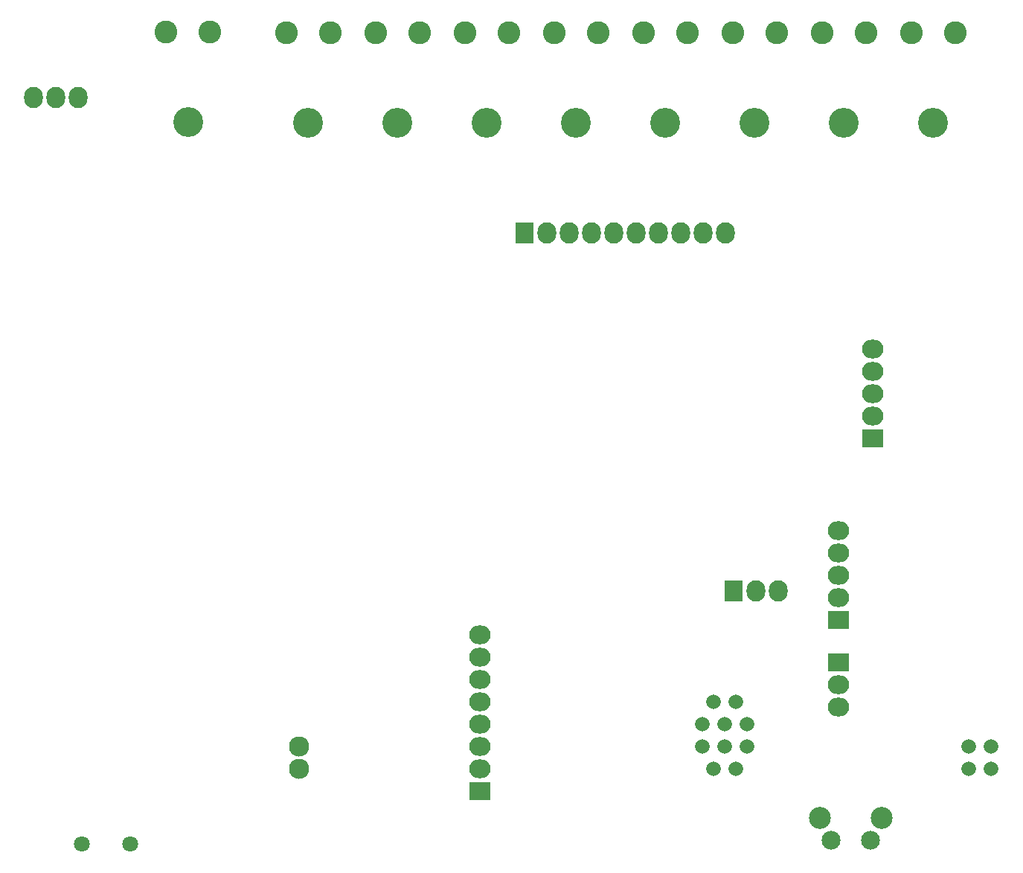
<source format=gbr>
G04 #@! TF.FileFunction,Soldermask,Bot*
%FSLAX46Y46*%
G04 Gerber Fmt 4.6, Leading zero omitted, Abs format (unit mm)*
G04 Created by KiCad (PCBNEW 4.0.2-stable) date 19/05/2017 15:30:42*
%MOMM*%
G01*
G04 APERTURE LIST*
%ADD10C,0.100000*%
%ADD11C,2.600000*%
%ADD12C,3.400000*%
%ADD13C,1.800000*%
%ADD14O,2.127200X2.432000*%
%ADD15R,2.432000X2.127200*%
%ADD16O,2.432000X2.127200*%
%ADD17R,2.127200X2.432000*%
%ADD18C,2.500000*%
%ADD19C,2.150000*%
%ADD20C,2.300000*%
%ADD21C,1.670000*%
G04 APERTURE END LIST*
D10*
D11*
X150662000Y-47886000D03*
D12*
X153162000Y-58086000D03*
D11*
X155662000Y-47886000D03*
D13*
X96945000Y-140176000D03*
X102445000Y-140176000D03*
D14*
X91430000Y-55181500D03*
X93970000Y-55181500D03*
X96510000Y-55181500D03*
D15*
X142240000Y-134112000D03*
D16*
X142240000Y-131572000D03*
X142240000Y-129032000D03*
X142240000Y-126492000D03*
X142240000Y-123952000D03*
X142240000Y-121412000D03*
X142240000Y-118872000D03*
X142240000Y-116332000D03*
D17*
X171069000Y-111379000D03*
D14*
X173609000Y-111379000D03*
X176149000Y-111379000D03*
D15*
X186944000Y-93980000D03*
D16*
X186944000Y-91440000D03*
X186944000Y-88900000D03*
X186944000Y-86360000D03*
X186944000Y-83820000D03*
D15*
X183000000Y-119500000D03*
D16*
X183000000Y-122040000D03*
X183000000Y-124580000D03*
D15*
X183007000Y-114681000D03*
D16*
X183007000Y-112141000D03*
X183007000Y-109601000D03*
X183007000Y-107061000D03*
X183007000Y-104521000D03*
D17*
X147320000Y-70612000D03*
D14*
X149860000Y-70612000D03*
X152400000Y-70612000D03*
X154940000Y-70612000D03*
X157480000Y-70612000D03*
X160020000Y-70612000D03*
X162560000Y-70612000D03*
X165100000Y-70612000D03*
X167640000Y-70612000D03*
X170180000Y-70612000D03*
D18*
X180930000Y-137210000D03*
D19*
X182190000Y-139700000D03*
X186690000Y-139700000D03*
D18*
X187940000Y-137210000D03*
D20*
X121666000Y-131572000D03*
X121666000Y-129032000D03*
D21*
X170053000Y-129032000D03*
X170053000Y-126492000D03*
X171323000Y-123952000D03*
X172593000Y-126492000D03*
X172593000Y-129032000D03*
X171323000Y-131572000D03*
X167513000Y-129032000D03*
X167513000Y-126492000D03*
X168783000Y-131572000D03*
X168783000Y-123952000D03*
X200406000Y-131572000D03*
X197866000Y-131572000D03*
X200406000Y-129032000D03*
X197866000Y-129032000D03*
D11*
X160822000Y-47886000D03*
D12*
X163322000Y-58086000D03*
D11*
X165822000Y-47886000D03*
X170982000Y-47886000D03*
D12*
X173482000Y-58086000D03*
D11*
X175982000Y-47886000D03*
X181142000Y-47886000D03*
D12*
X183642000Y-58086000D03*
D11*
X186142000Y-47886000D03*
X191302000Y-47886000D03*
D12*
X193802000Y-58086000D03*
D11*
X196302000Y-47886000D03*
X140502000Y-47886000D03*
D12*
X143002000Y-58086000D03*
D11*
X145502000Y-47886000D03*
X130342000Y-47886000D03*
D12*
X132842000Y-58086000D03*
D11*
X135342000Y-47886000D03*
X120182000Y-47886000D03*
D12*
X122682000Y-58086000D03*
D11*
X125182000Y-47886000D03*
X106500000Y-47800000D03*
D12*
X109000000Y-58000000D03*
D11*
X111500000Y-47800000D03*
M02*

</source>
